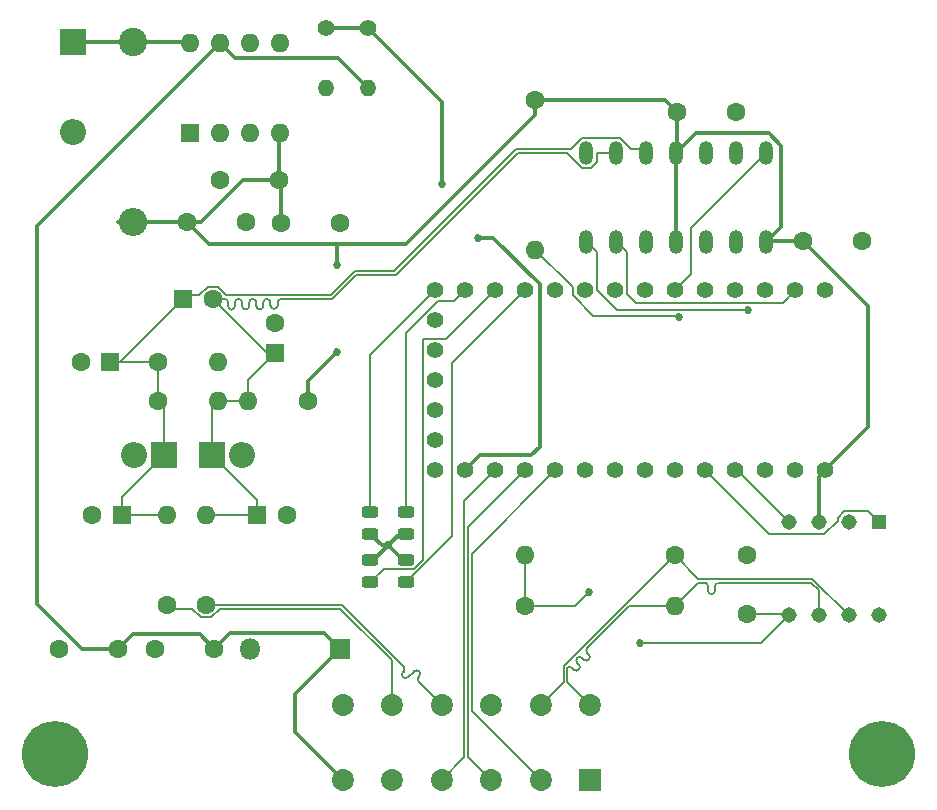
<source format=gbr>
%TF.GenerationSoftware,KiCad,Pcbnew,6.0.4-6f826c9f35~116~ubuntu20.04.1*%
%TF.CreationDate,2022-05-07T21:53:41-05:00*%
%TF.ProjectId,Circuit,43697263-7569-4742-9e6b-696361645f70,rev?*%
%TF.SameCoordinates,Original*%
%TF.FileFunction,Copper,L1,Top*%
%TF.FilePolarity,Positive*%
%FSLAX46Y46*%
G04 Gerber Fmt 4.6, Leading zero omitted, Abs format (unit mm)*
G04 Created by KiCad (PCBNEW 6.0.4-6f826c9f35~116~ubuntu20.04.1) date 2022-05-07 21:53:41*
%MOMM*%
%LPD*%
G01*
G04 APERTURE LIST*
G04 Aperture macros list*
%AMRoundRect*
0 Rectangle with rounded corners*
0 $1 Rounding radius*
0 $2 $3 $4 $5 $6 $7 $8 $9 X,Y pos of 4 corners*
0 Add a 4 corners polygon primitive as box body*
4,1,4,$2,$3,$4,$5,$6,$7,$8,$9,$2,$3,0*
0 Add four circle primitives for the rounded corners*
1,1,$1+$1,$2,$3*
1,1,$1+$1,$4,$5*
1,1,$1+$1,$6,$7*
1,1,$1+$1,$8,$9*
0 Add four rect primitives between the rounded corners*
20,1,$1+$1,$2,$3,$4,$5,0*
20,1,$1+$1,$4,$5,$6,$7,0*
20,1,$1+$1,$6,$7,$8,$9,0*
20,1,$1+$1,$8,$9,$2,$3,0*%
G04 Aperture macros list end*
%TA.AperFunction,ComponentPad*%
%ADD10R,2.200000X2.200000*%
%TD*%
%TA.AperFunction,ComponentPad*%
%ADD11O,2.200000X2.200000*%
%TD*%
%TA.AperFunction,ComponentPad*%
%ADD12C,1.600000*%
%TD*%
%TA.AperFunction,ComponentPad*%
%ADD13O,1.600000X1.600000*%
%TD*%
%TA.AperFunction,ComponentPad*%
%ADD14R,1.600000X1.600000*%
%TD*%
%TA.AperFunction,SMDPad,CuDef*%
%ADD15RoundRect,0.243750X-0.456250X0.243750X-0.456250X-0.243750X0.456250X-0.243750X0.456250X0.243750X0*%
%TD*%
%TA.AperFunction,ComponentPad*%
%ADD16R,1.860000X1.860000*%
%TD*%
%TA.AperFunction,ComponentPad*%
%ADD17C,1.860000*%
%TD*%
%TA.AperFunction,ComponentPad*%
%ADD18R,1.308000X1.308000*%
%TD*%
%TA.AperFunction,ComponentPad*%
%ADD19C,1.308000*%
%TD*%
%TA.AperFunction,ComponentPad*%
%ADD20C,2.400000*%
%TD*%
%TA.AperFunction,ComponentPad*%
%ADD21O,2.400000X2.400000*%
%TD*%
%TA.AperFunction,ComponentPad*%
%ADD22C,1.400000*%
%TD*%
%TA.AperFunction,ComponentPad*%
%ADD23O,1.400000X1.400000*%
%TD*%
%TA.AperFunction,ComponentPad*%
%ADD24O,1.200000X2.000000*%
%TD*%
%TA.AperFunction,ComponentPad*%
%ADD25R,1.800000X1.800000*%
%TD*%
%TA.AperFunction,ComponentPad*%
%ADD26O,1.800000X1.800000*%
%TD*%
%TA.AperFunction,SMDPad,CuDef*%
%ADD27RoundRect,0.243750X0.456250X-0.243750X0.456250X0.243750X-0.456250X0.243750X-0.456250X-0.243750X0*%
%TD*%
%TA.AperFunction,ComponentPad*%
%ADD28C,1.404000*%
%TD*%
%TA.AperFunction,ComponentPad*%
%ADD29C,5.600000*%
%TD*%
%TA.AperFunction,ViaPad*%
%ADD30C,0.685800*%
%TD*%
%TA.AperFunction,Conductor*%
%ADD31C,0.152400*%
%TD*%
%TA.AperFunction,Conductor*%
%ADD32C,0.300000*%
%TD*%
%TA.AperFunction,Conductor*%
%ADD33C,0.350000*%
%TD*%
G04 APERTURE END LIST*
D10*
%TO.P,D1,1,K*%
%TO.N,ccd_f+*%
X65587975Y-104988515D03*
D11*
%TO.P,D1,2,A*%
%TO.N,GND*%
X63047975Y-104988515D03*
%TD*%
D12*
%TO.P,R7,1*%
%TO.N,ccd_f+*%
X65079975Y-97114515D03*
D13*
%TO.P,R7,2*%
%TO.N,GND*%
X70159975Y-97114515D03*
%TD*%
D12*
%TO.P,C11,1*%
%TO.N,+5V*%
X67550000Y-85258000D03*
%TO.P,C11,2*%
%TO.N,GND*%
X72550000Y-85258000D03*
%TD*%
D14*
%TO.P,C13,1*%
%TO.N,ccd_f+*%
X61991975Y-110068515D03*
D12*
%TO.P,C13,2*%
%TO.N,GND*%
X59491975Y-110068515D03*
%TD*%
D15*
%TO.P,D7,1,K*%
%TO.N,GND*%
X83058000Y-113870500D03*
%TO.P,D7,2,A*%
%TO.N,Net-(D7-Pad2)*%
X83058000Y-115745500D03*
%TD*%
D14*
%TO.P,C5,1*%
%TO.N,ccd_f+*%
X67199595Y-91780515D03*
D12*
%TO.P,C5,2*%
%TO.N,ccd_f-*%
X69699595Y-91780515D03*
%TD*%
%TO.P,R3,1*%
%TO.N,+5V*%
X97028000Y-74930000D03*
D13*
%TO.P,R3,2*%
%TO.N,idle*%
X97028000Y-87630000D03*
%TD*%
D12*
%TO.P,R5,1*%
%TO.N,+5V*%
X77808975Y-100416515D03*
D13*
%TO.P,R5,2*%
%TO.N,ccd_f-*%
X72728975Y-100416515D03*
%TD*%
D16*
%TO.P,J1,1,1*%
%TO.N,GND*%
X101661000Y-132495000D03*
D17*
%TO.P,J1,2,2*%
%TO.N,IO{slash}1*%
X97471000Y-132495000D03*
%TO.P,J1,3,3*%
%TO.N,IO{slash}2*%
X93281000Y-132495000D03*
%TO.P,J1,4,4*%
%TO.N,IO{slash}3*%
X89091000Y-132495000D03*
%TO.P,J1,5,5*%
%TO.N,unconnected-(J1-Pad5)*%
X84901000Y-132495000D03*
%TO.P,J1,6,6*%
%TO.N,+12V*%
X80711000Y-132495000D03*
%TO.P,J1,7,7*%
%TO.N,GND*%
X80711000Y-126145000D03*
%TO.P,J1,8,8*%
%TO.N,ccd+*%
X84901000Y-126145000D03*
%TO.P,J1,9,9*%
%TO.N,ccd-*%
X89091000Y-126145000D03*
%TO.P,J1,10,10*%
%TO.N,unconnected-(J1-Pad10)*%
X93281000Y-126145000D03*
%TO.P,J1,11,11*%
%TO.N,can+*%
X97471000Y-126145000D03*
%TO.P,J1,12,12*%
%TO.N,can-*%
X101661000Y-126145000D03*
%TD*%
D12*
%TO.P,C10,1*%
%TO.N,+5V*%
X75312000Y-81702000D03*
%TO.P,C10,2*%
%TO.N,GND*%
X70312000Y-81702000D03*
%TD*%
D18*
%TO.P,U1,1,TXD*%
%TO.N,can_tx*%
X126092059Y-110694258D03*
D19*
%TO.P,U1,2,VSS*%
%TO.N,GND*%
X123552059Y-110694258D03*
%TO.P,U1,3,VDD*%
%TO.N,+5V*%
X121012059Y-110694258D03*
%TO.P,U1,4,RXD*%
%TO.N,can_rx*%
X118472059Y-110694258D03*
%TO.P,U1,5,SPLIT*%
%TO.N,/split*%
X118472059Y-118564258D03*
%TO.P,U1,6,CANL*%
%TO.N,can-*%
X121012059Y-118564258D03*
%TO.P,U1,7,CANH*%
%TO.N,can+*%
X123552059Y-118564258D03*
%TO.P,U1,8,STBY*%
%TO.N,unconnected-(U1-Pad8)*%
X126092059Y-118564258D03*
%TD*%
D15*
%TO.P,D8,2,A*%
%TO.N,Net-(D8-Pad2)*%
X86106000Y-115745500D03*
%TO.P,D8,1,K*%
%TO.N,GND*%
X86106000Y-113870500D03*
%TD*%
D20*
%TO.P,L1,1,1*%
%TO.N,Net-(D4-Pad1)*%
X62938000Y-70018000D03*
D21*
%TO.P,L1,2,2*%
%TO.N,+5V*%
X62938000Y-85258000D03*
%TD*%
D12*
%TO.P,R10,1*%
%TO.N,ccd-*%
X69143975Y-117688515D03*
D13*
%TO.P,R10,2*%
%TO.N,ccd_f-*%
X69143975Y-110068515D03*
%TD*%
D12*
%TO.P,C3,1*%
%TO.N,+5V*%
X109006000Y-75946000D03*
%TO.P,C3,2*%
%TO.N,GND*%
X114006000Y-75946000D03*
%TD*%
D22*
%TO.P,R9,1*%
%TO.N,12V_MEASURE*%
X82844000Y-68834000D03*
D23*
%TO.P,R9,2*%
%TO.N,+12V*%
X82844000Y-73914000D03*
%TD*%
D14*
%TO.P,C12,1*%
%TO.N,ccd_f-*%
X73461975Y-110068515D03*
D12*
%TO.P,C12,2*%
%TO.N,GND*%
X75961975Y-110068515D03*
%TD*%
D24*
%TO.P,U2,1,CLK*%
%TO.N,CCD_CLOCK*%
X116586000Y-79423000D03*
%TO.P,U2,2,Clk_Mode_A*%
%TO.N,GND*%
X114046000Y-79423000D03*
%TO.P,U2,3,Clk_Mode_B*%
X111506000Y-79423000D03*
%TO.P,U2,4,Mode*%
%TO.N,+5V*%
X108966000Y-79423000D03*
%TO.P,U2,5,Bus+*%
%TO.N,ccd_f+*%
X106426000Y-79423000D03*
%TO.P,U2,6,Bus-*%
%TO.N,ccd_f-*%
X103886000Y-79423000D03*
%TO.P,U2,7,Vss*%
%TO.N,GND*%
X101346000Y-79423000D03*
%TO.P,U2,8,Tx*%
%TO.N,txd*%
X101346000Y-86943000D03*
%TO.P,U2,9,Rx*%
%TO.N,rxd*%
X103886000Y-86943000D03*
%TO.P,U2,10,SCK*%
%TO.N,unconnected-(U2-Pad10)*%
X106426000Y-86943000D03*
%TO.P,U2,11,CS*%
%TO.N,+5V*%
X108966000Y-86943000D03*
%TO.P,U2,12,IDLE*%
%TO.N,idle*%
X111506000Y-86943000D03*
%TO.P,U2,13,CONTROL*%
%TO.N,ctrl*%
X114046000Y-86943000D03*
%TO.P,U2,14,Vdd*%
%TO.N,+5V*%
X116586000Y-86943000D03*
%TD*%
D10*
%TO.P,D4,1,K*%
%TO.N,Net-(D4-Pad1)*%
X57858000Y-70018000D03*
D11*
%TO.P,D4,2,A*%
%TO.N,GND*%
X57858000Y-77638000D03*
%TD*%
D12*
%TO.P,C9,1*%
%TO.N,+12V*%
X69850000Y-121412000D03*
%TO.P,C9,2*%
%TO.N,GND*%
X64850000Y-121412000D03*
%TD*%
%TO.P,C8,1*%
%TO.N,+12V*%
X61682000Y-121412000D03*
%TO.P,C8,2*%
%TO.N,GND*%
X56682000Y-121412000D03*
%TD*%
D25*
%TO.P,D3,1,A1*%
%TO.N,+12V*%
X80518000Y-121412000D03*
D26*
%TO.P,D3,2,A2*%
%TO.N,GND*%
X72898000Y-121412000D03*
%TD*%
D10*
%TO.P,D2,1,K*%
%TO.N,ccd_f-*%
X69651975Y-104988515D03*
D11*
%TO.P,D2,2,A*%
%TO.N,GND*%
X72191975Y-104988515D03*
%TD*%
D22*
%TO.P,R8,1*%
%TO.N,12V_MEASURE*%
X79288000Y-68834000D03*
D23*
%TO.P,R8,2*%
%TO.N,GND*%
X79288000Y-73914000D03*
%TD*%
D27*
%TO.P,D5,1,K*%
%TO.N,GND*%
X83058000Y-111730000D03*
%TO.P,D5,2,A*%
%TO.N,Net-(D5-Pad2)*%
X83058000Y-109855000D03*
%TD*%
D12*
%TO.P,R6,1*%
%TO.N,ccd_f+*%
X65050975Y-100416515D03*
D13*
%TO.P,R6,2*%
%TO.N,ccd_f-*%
X70130975Y-100416515D03*
%TD*%
D12*
%TO.P,R2,1*%
%TO.N,ccd+*%
X65841975Y-117688515D03*
D13*
%TO.P,R2,2*%
%TO.N,ccd_f+*%
X65841975Y-110068515D03*
%TD*%
D12*
%TO.P,C2,1*%
%TO.N,GND*%
X114916059Y-113488258D03*
%TO.P,C2,2*%
%TO.N,/split*%
X114916059Y-118488258D03*
%TD*%
D28*
%TO.P,U4,1,GND*%
%TO.N,GND*%
X121539000Y-91057000D03*
%TO.P,U4,2,0_RX1_CRX2_CS1*%
%TO.N,rxd*%
X118999000Y-91057000D03*
%TO.P,U4,3,1_TX1_CTX2_MISO1*%
%TO.N,txd*%
X116459000Y-91057000D03*
%TO.P,U4,4,2_OUT2*%
%TO.N,ctrl*%
X113919000Y-91057000D03*
%TO.P,U4,5,3_LRCLK2*%
%TO.N,idle*%
X111379000Y-91057000D03*
%TO.P,U4,6,4_BCLK2*%
%TO.N,CCD_CLOCK*%
X108839000Y-91057000D03*
%TO.P,U4,7,5_IN2*%
%TO.N,unconnected-(U4-Pad7)*%
X106299000Y-91057000D03*
%TO.P,U4,8,6_OUT1D*%
%TO.N,unconnected-(U4-Pad8)*%
X103759000Y-91057000D03*
%TO.P,U4,9,7_RX2_OUT1A*%
%TO.N,unconnected-(U4-Pad9)*%
X101219000Y-91057000D03*
%TO.P,U4,10,8_TX2_IN1*%
%TO.N,unconnected-(U4-Pad10)*%
X98679000Y-91057000D03*
%TO.P,U4,11,9_OUT1C*%
%TO.N,Net-(D8-Pad2)*%
X96139000Y-91057000D03*
%TO.P,U4,12,10_CS_MQSR*%
%TO.N,Net-(D7-Pad2)*%
X93599000Y-91057000D03*
%TO.P,U4,13,11_MOSI_CTX1*%
%TO.N,Net-(D6-Pad2)*%
X91059000Y-91057000D03*
%TO.P,U4,14,12_MISO_MQSL*%
%TO.N,Net-(D5-Pad2)*%
X88519000Y-91057000D03*
%TO.P,U4,15,VBAT*%
%TO.N,unconnected-(U4-Pad15)*%
X88519000Y-93597000D03*
%TO.P,U4,16,3V3*%
%TO.N,unconnected-(U4-Pad16)*%
X88519000Y-96137000D03*
%TO.P,U4,17,GND*%
%TO.N,GND*%
X88519000Y-98677000D03*
%TO.P,U4,18,PROGRAM*%
%TO.N,unconnected-(U4-Pad18)*%
X88519000Y-101217000D03*
%TO.P,U4,19,ON_OFF*%
%TO.N,unconnected-(U4-Pad19)*%
X88519000Y-103757000D03*
%TO.P,U4,20,13_SCK_CRX1_LED*%
%TO.N,unconnected-(U4-Pad20)*%
X88519000Y-106297000D03*
%TO.P,U4,21,14_A0_TX3_SPDIF_OUT*%
%TO.N,12V_MEASURE*%
X91059000Y-106297000D03*
%TO.P,U4,22,15_A1_RX3_SPDIF_IN*%
%TO.N,IO{slash}3*%
X93599000Y-106297000D03*
%TO.P,U4,23,16_A2_RX4_SCL1*%
%TO.N,IO{slash}2*%
X96139000Y-106297000D03*
%TO.P,U4,24,17_A3_TX4_SDA1*%
%TO.N,IO{slash}1*%
X98679000Y-106297000D03*
%TO.P,U4,25,18_A4_SDA0*%
%TO.N,unconnected-(U4-Pad25)*%
X101219000Y-106297000D03*
%TO.P,U4,26,19_A5_SCL0*%
%TO.N,unconnected-(U4-Pad26)*%
X103759000Y-106297000D03*
%TO.P,U4,27,20_A6_TX5_LRCLK1*%
%TO.N,unconnected-(U4-Pad27)*%
X106299000Y-106297000D03*
%TO.P,U4,28,21_A7_RX5_BCLK1*%
%TO.N,unconnected-(U4-Pad28)*%
X108839000Y-106297000D03*
%TO.P,U4,29,22_A8_CTX1*%
%TO.N,can_tx*%
X111379000Y-106297000D03*
%TO.P,U4,30,23_A9_CRX1_MCLK1*%
%TO.N,can_rx*%
X113919000Y-106297000D03*
%TO.P,U4,31,3V3*%
%TO.N,unconnected-(U4-Pad31)*%
X116459000Y-106297000D03*
%TO.P,U4,32,GND*%
%TO.N,GND*%
X118999000Y-106297000D03*
%TO.P,U4,33,VIN*%
%TO.N,+5V*%
X121539000Y-106297000D03*
%TD*%
D29*
%TO.P,H2,1,1*%
%TO.N,GND*%
X56388000Y-130302000D03*
%TD*%
D12*
%TO.P,C4,1*%
%TO.N,+5V*%
X119714000Y-86868000D03*
%TO.P,C4,2*%
%TO.N,GND*%
X124714000Y-86868000D03*
%TD*%
D14*
%TO.P,C6,1*%
%TO.N,ccd_f+*%
X61015975Y-97114515D03*
D12*
%TO.P,C6,2*%
%TO.N,GND*%
X58515975Y-97114515D03*
%TD*%
%TO.P,C1,1*%
%TO.N,GND*%
X80518000Y-85344000D03*
%TO.P,C1,2*%
%TO.N,+5V*%
X75518000Y-85344000D03*
%TD*%
%TO.P,R4,1*%
%TO.N,/split*%
X96120059Y-117806258D03*
D13*
%TO.P,R4,2*%
%TO.N,can-*%
X108820059Y-117806258D03*
%TD*%
D27*
%TO.P,D6,1,K*%
%TO.N,GND*%
X86106000Y-111730000D03*
%TO.P,D6,2,A*%
%TO.N,Net-(D6-Pad2)*%
X86106000Y-109855000D03*
%TD*%
D14*
%TO.P,C7,1*%
%TO.N,ccd_f-*%
X74985975Y-96352515D03*
D12*
%TO.P,C7,2*%
%TO.N,GND*%
X74985975Y-93852515D03*
%TD*%
D29*
%TO.P,H1,1,1*%
%TO.N,GND*%
X126365000Y-130302000D03*
%TD*%
D14*
%TO.P,U3,1,NC*%
%TO.N,GND*%
X67812000Y-77772000D03*
D13*
%TO.P,U3,2,NC*%
X70352000Y-77772000D03*
%TO.P,U3,3,NC*%
X72892000Y-77772000D03*
%TO.P,U3,4,FB*%
%TO.N,+5V*%
X75432000Y-77772000D03*
%TO.P,U3,5,~{ON}/OFF*%
%TO.N,GND*%
X75432000Y-70152000D03*
%TO.P,U3,6,GND*%
X72892000Y-70152000D03*
%TO.P,U3,7,VIN*%
%TO.N,+12V*%
X70352000Y-70152000D03*
%TO.P,U3,8,OUT*%
%TO.N,Net-(D4-Pad1)*%
X67812000Y-70152000D03*
%TD*%
D12*
%TO.P,R1,1*%
%TO.N,can+*%
X108820059Y-113488258D03*
D13*
%TO.P,R1,2*%
%TO.N,/split*%
X96120059Y-113488258D03*
%TD*%
D30*
%TO.N,GND*%
X84582000Y-112649000D03*
%TO.N,/split*%
X101600000Y-116586000D03*
X105918000Y-120904000D03*
%TO.N,+5V*%
X80264000Y-88900000D03*
X80264000Y-96266000D03*
%TO.N,12V_MEASURE*%
X89154000Y-82042000D03*
X92202000Y-86614000D03*
%TO.N,txd*%
X115062000Y-92710000D03*
%TO.N,idle*%
X109220000Y-93288600D03*
%TD*%
D31*
%TO.N,Net-(D8-Pad2)*%
X86106000Y-115745500D02*
X86106763Y-115745500D01*
X86106763Y-115745500D02*
X89976489Y-111875774D01*
X89976489Y-111875774D02*
X89976489Y-97219511D01*
X89976489Y-97219511D02*
X96139000Y-91057000D01*
%TO.N,Net-(D7-Pad2)*%
X83058000Y-115745500D02*
X84169780Y-114633720D01*
X84169780Y-114633720D02*
X86777421Y-114633720D01*
X86777421Y-114633720D02*
X87503000Y-113908141D01*
X87503000Y-113908141D02*
X87503000Y-95162297D01*
X89493703Y-95162297D02*
X93599000Y-91057000D01*
X87503000Y-95162297D02*
X89493703Y-95162297D01*
%TO.N,Net-(D6-Pad2)*%
X86106000Y-109855000D02*
X86106000Y-94683875D01*
X90121289Y-91994711D02*
X91059000Y-91057000D01*
X86106000Y-94683875D02*
X88795164Y-91994711D01*
X88795164Y-91994711D02*
X90121289Y-91994711D01*
%TO.N,Net-(D5-Pad2)*%
X83058000Y-109855000D02*
X83058000Y-96518000D01*
X83058000Y-96518000D02*
X88519000Y-91057000D01*
D32*
%TO.N,GND*%
X86106000Y-113870500D02*
X85803500Y-113870500D01*
X85803500Y-113870500D02*
X84582000Y-112649000D01*
X83058000Y-113870500D02*
X83360500Y-113870500D01*
X83360500Y-113870500D02*
X84582000Y-112649000D01*
X85549500Y-111681500D02*
X84582000Y-112649000D01*
X86098000Y-111681500D02*
X85549500Y-111681500D01*
X84582000Y-112649000D02*
X84017500Y-112649000D01*
X84017500Y-112649000D02*
X83050000Y-111681500D01*
D31*
%TO.N,ccd_f-*%
X81850490Y-89767369D02*
X85205533Y-89767369D01*
X70998485Y-92080515D02*
G75*
G03*
X70698515Y-91780515I-299985J15D01*
G01*
X73098515Y-91780515D02*
G75*
G03*
X72798515Y-92080515I-15J-299985D01*
G01*
X75198515Y-92334174D02*
X75198515Y-92080515D01*
X72198485Y-92080515D02*
G75*
G03*
X71898515Y-91780515I-299985J15D01*
G01*
X75498515Y-91780515D02*
X79837344Y-91780515D01*
X72198515Y-92080515D02*
X72198515Y-92384174D01*
X71598515Y-92384174D02*
X71598515Y-92080515D01*
X70998515Y-92080515D02*
X70998515Y-92384174D01*
X69699595Y-91780515D02*
X70698515Y-91780515D01*
X73998474Y-92384174D02*
G75*
G02*
X73698515Y-92684174I-299974J-26D01*
G01*
X75498515Y-91780515D02*
G75*
G03*
X75198515Y-92080515I-15J-299985D01*
G01*
X74598515Y-92080515D02*
X74598515Y-92334174D01*
X71298515Y-92684185D02*
G75*
G02*
X70998515Y-92384174I-15J299985D01*
G01*
X73998515Y-92384174D02*
X73998515Y-92080515D01*
X73398485Y-92080515D02*
G75*
G03*
X73098515Y-91780515I-299985J15D01*
G01*
X74898515Y-92634185D02*
G75*
G02*
X74598515Y-92334174I-15J299985D01*
G01*
X72498515Y-92684185D02*
G75*
G02*
X72198515Y-92384174I-15J299985D01*
G01*
X71898515Y-91780515D02*
G75*
G03*
X71598515Y-92080515I-15J-299985D01*
G01*
X79837344Y-91780515D02*
X81850490Y-89767369D01*
X72798474Y-92384174D02*
G75*
G02*
X72498515Y-92684174I-299974J-26D01*
G01*
X85205533Y-89767369D02*
X95549902Y-79423000D01*
X74298515Y-91780515D02*
G75*
G03*
X73998515Y-92080515I-15J-299985D01*
G01*
X74598485Y-92080515D02*
G75*
G03*
X74298515Y-91780515I-299985J15D01*
G01*
X73698515Y-92684185D02*
G75*
G02*
X73398515Y-92384174I-15J299985D01*
G01*
X72798515Y-92384174D02*
X72798515Y-92080515D01*
X75198474Y-92334174D02*
G75*
G02*
X74898515Y-92634174I-299974J-26D01*
G01*
X73398515Y-92080515D02*
X73398515Y-92384174D01*
X71598474Y-92384174D02*
G75*
G02*
X71298515Y-92684174I-299974J-26D01*
G01*
X95549902Y-79423000D02*
X99707545Y-79423000D01*
X99707545Y-79423000D02*
X100983265Y-80698720D01*
X100983265Y-80698720D02*
X101708735Y-80698720D01*
X101708735Y-80698720D02*
X102221720Y-80185735D01*
X102221720Y-80185735D02*
X102221720Y-79423000D01*
X102221720Y-79423000D02*
X103886000Y-79423000D01*
%TO.N,ccd_f+*%
X85076120Y-89454978D02*
X95420498Y-79110600D01*
X100983265Y-78147280D02*
X104192166Y-78147280D01*
X106113600Y-79110600D02*
X106426000Y-79423000D01*
X105155486Y-79110600D02*
X106113600Y-79110600D01*
X104192166Y-78147280D02*
X105155486Y-79110600D01*
X100019945Y-79110600D02*
X100983265Y-78147280D01*
X95420498Y-79110600D02*
X100019945Y-79110600D01*
X67199595Y-91780515D02*
X67511995Y-91468115D01*
X67511995Y-91468115D02*
X68547277Y-91468115D01*
X68547277Y-91468115D02*
X69270588Y-90744804D01*
X70851913Y-91468115D02*
X79707956Y-91468115D01*
X69270588Y-90744804D02*
X70128602Y-90744804D01*
X70128602Y-90744804D02*
X70851913Y-91468115D01*
X79707956Y-91468115D02*
X81721093Y-89454978D01*
X81721093Y-89454978D02*
X85076120Y-89454978D01*
%TO.N,can_rx*%
X118472059Y-110694258D02*
X114074801Y-106297000D01*
X114074801Y-106297000D02*
X113919000Y-106297000D01*
%TO.N,can_tx*%
X126092059Y-110694258D02*
X125162348Y-109764547D01*
X125162348Y-109764547D02*
X123166959Y-109764547D01*
X123166959Y-109764547D02*
X122622348Y-110309158D01*
X122622348Y-110309158D02*
X122622348Y-110546990D01*
X122622348Y-110546990D02*
X121440569Y-111728769D01*
X121440569Y-111728769D02*
X116810769Y-111728769D01*
X116810769Y-111728769D02*
X111379000Y-106297000D01*
D32*
%TO.N,+5V*%
X121012059Y-110694258D02*
X121012059Y-106823941D01*
X121012059Y-106823941D02*
X121539000Y-106297000D01*
D31*
%TO.N,/split*%
X118472059Y-118564258D02*
X116132317Y-120904000D01*
X116132317Y-120904000D02*
X105918000Y-120904000D01*
X101600000Y-116586000D02*
X100379742Y-117806258D01*
X100379742Y-117806258D02*
X96120059Y-117806258D01*
%TO.N,can-*%
X100713363Y-122746286D02*
X100570728Y-122603651D01*
X100713363Y-122746285D02*
X100713363Y-122746286D01*
X99722201Y-124206201D02*
X99722201Y-123027917D01*
X101561892Y-121897756D02*
X101561892Y-121897757D01*
X101661000Y-126145000D02*
X99722201Y-124206201D01*
X100146465Y-123027917D02*
X100289099Y-123170551D01*
X101419267Y-121330868D02*
G75*
G03*
X101419257Y-121755122I212133J-212132D01*
G01*
X101561881Y-121897767D02*
G75*
G02*
X101561892Y-122322022I-212081J-212133D01*
G01*
X101561891Y-122322021D02*
G75*
G02*
X101137629Y-122322021I-212131J212131D01*
G01*
X100570709Y-122179368D02*
G75*
G03*
X100570728Y-122603651I212191J-212132D01*
G01*
X100994993Y-122179389D02*
G75*
G03*
X100570731Y-122179389I-212131J-212131D01*
G01*
X100570729Y-122179388D02*
X100570730Y-122179388D01*
X100713381Y-122746267D02*
G75*
G02*
X100713363Y-123170551I-212181J-212133D01*
G01*
X100713362Y-123170550D02*
G75*
G02*
X100289100Y-123170550I-212131J212131D01*
G01*
X101419257Y-121330858D02*
X101419258Y-121330859D01*
X100146464Y-123027918D02*
G75*
G03*
X99722202Y-123027918I-212131J-212131D01*
G01*
X104943860Y-117806258D02*
X108820059Y-117806258D01*
X100570728Y-122179387D02*
X100570729Y-122179388D01*
X100994994Y-122179388D02*
X101137628Y-122322022D01*
X101561892Y-121897757D02*
X101419257Y-121755122D01*
X101419258Y-121330859D02*
X104943860Y-117806258D01*
%TO.N,can+*%
X99409799Y-122898518D02*
X108820059Y-113488258D01*
X97471000Y-126145000D02*
X99409799Y-124206201D01*
X99409799Y-124206201D02*
X99409799Y-122898518D01*
D32*
%TO.N,+5V*%
X80264000Y-88900000D02*
X80264000Y-87122000D01*
X77808975Y-100416515D02*
X77808975Y-98721025D01*
X77808975Y-98721025D02*
X80264000Y-96266000D01*
X69414000Y-87122000D02*
X80264000Y-87122000D01*
X80264000Y-87122000D02*
X86106000Y-87122000D01*
D31*
%TO.N,ccd-*%
X80634515Y-117688515D02*
X85864204Y-122918203D01*
X86750550Y-123304654D02*
X86750550Y-123304655D01*
X86750550Y-123304655D02*
X86712734Y-123342470D01*
X85864238Y-122918169D02*
G75*
G02*
X85864203Y-123342466I-212138J-212131D01*
G01*
X87137000Y-123766735D02*
X87174815Y-123728919D01*
X80634515Y-117688515D02*
X69143975Y-117688515D01*
X87136999Y-123766735D02*
X87137000Y-123766735D01*
X89091000Y-126145000D02*
X87137000Y-124191000D01*
X85826390Y-123804547D02*
G75*
G03*
X86250652Y-123804547I212131J212131D01*
G01*
X87137032Y-123766769D02*
G75*
G03*
X87137000Y-124191000I212068J-212131D01*
G01*
X86250653Y-123804548D02*
X86712734Y-123342470D01*
X85826373Y-123380268D02*
G75*
G03*
X85826389Y-123804548I212127J-212132D01*
G01*
X87174801Y-123304669D02*
G75*
G02*
X87174814Y-123728918I-212101J-212131D01*
G01*
X85826388Y-123380283D02*
X85826390Y-123380284D01*
X86750568Y-123304672D02*
G75*
G02*
X87174815Y-123304655I212132J-212128D01*
G01*
X85826390Y-123380284D02*
X85864204Y-123342467D01*
%TO.N,ccd_f+*%
X61865595Y-97114515D02*
X67199595Y-91780515D01*
%TO.N,ccd_f-*%
X69699595Y-91780515D02*
X74271595Y-96352515D01*
X74271595Y-96352515D02*
X74985975Y-96352515D01*
%TO.N,ccd_f+*%
X61015975Y-97114515D02*
X61865595Y-97114515D01*
X65079975Y-97114515D02*
X61015975Y-97114515D01*
X65050975Y-100416515D02*
X65050975Y-97143515D01*
X65050975Y-97143515D02*
X65079975Y-97114515D01*
%TO.N,ccd_f-*%
X72728975Y-100416515D02*
X72728975Y-98609515D01*
X72728975Y-98609515D02*
X74985975Y-96352515D01*
X70130975Y-100416515D02*
X72728975Y-100416515D01*
%TO.N,ccd_f+*%
X65587975Y-104988515D02*
X65587975Y-100953515D01*
X65587975Y-100953515D02*
X65050975Y-100416515D01*
%TO.N,ccd_f-*%
X69651975Y-104988515D02*
X69651975Y-100895515D01*
X69651975Y-100895515D02*
X70130975Y-100416515D01*
%TO.N,ccd_f+*%
X61991975Y-110068515D02*
X61991975Y-108584515D01*
X61991975Y-108584515D02*
X65587975Y-104988515D01*
%TO.N,ccd_f-*%
X73461975Y-110068515D02*
X73461975Y-108798515D01*
X73461975Y-108798515D02*
X69651975Y-104988515D01*
X69143975Y-110068515D02*
X73461975Y-110068515D01*
%TO.N,ccd_f+*%
X65841975Y-110068515D02*
X61991975Y-110068515D01*
%TO.N,ccd+*%
X65841975Y-117688515D02*
X66154375Y-118000915D01*
X67991657Y-118000915D02*
X68714968Y-118724226D01*
X66154375Y-118000915D02*
X67991657Y-118000915D01*
X68714968Y-118724226D02*
X69572982Y-118724226D01*
X69572982Y-118724226D02*
X70296293Y-118000915D01*
X70296293Y-118000915D02*
X80505114Y-118000915D01*
X80505114Y-118000915D02*
X84901000Y-122396801D01*
X84901000Y-122396801D02*
X84901000Y-126145000D01*
%TO.N,can-*%
X112530858Y-115803459D02*
X120349459Y-115803459D01*
X108820059Y-117806258D02*
X110822858Y-115803459D01*
X121012059Y-116466059D02*
X121012059Y-118564258D01*
X120349459Y-115803459D02*
X121012059Y-116466059D01*
X110822858Y-115803459D02*
X111330858Y-115803459D01*
X112230858Y-116481133D02*
X112230858Y-116103459D01*
X111630858Y-116103459D02*
X111630858Y-116481133D01*
X111630941Y-116103459D02*
G75*
G03*
X111330858Y-115803459I-300041J-41D01*
G01*
X112530858Y-115803458D02*
G75*
G03*
X112230858Y-116103459I42J-300042D01*
G01*
X112230933Y-116481133D02*
G75*
G02*
X111930858Y-116781133I-300033J33D01*
G01*
X111930858Y-116781142D02*
G75*
G02*
X111630858Y-116481133I42J300042D01*
G01*
%TO.N,can+*%
X120478858Y-115491057D02*
X123552059Y-118564258D01*
X108820059Y-113488258D02*
X110822858Y-115491057D01*
X110822858Y-115491057D02*
X120478858Y-115491057D01*
D32*
%TO.N,12V_MEASURE*%
X93469865Y-86614000D02*
X97393311Y-90537446D01*
X89154000Y-75144000D02*
X82844000Y-68834000D01*
X91059000Y-106297000D02*
X92313311Y-105042689D01*
X92202000Y-86614000D02*
X93469865Y-86614000D01*
X89154000Y-82042000D02*
X89154000Y-75144000D01*
X97393311Y-104282689D02*
X96633311Y-105042689D01*
X79288000Y-68834000D02*
X82844000Y-68834000D01*
X96633311Y-105042689D02*
X92313311Y-105042689D01*
X97393311Y-90537446D02*
X97393311Y-104282689D01*
D31*
%TO.N,txd*%
X103947282Y-92710000D02*
X115062000Y-92710000D01*
X102254711Y-91017429D02*
X103947282Y-92710000D01*
X101346000Y-86943000D02*
X102254711Y-87851711D01*
X102254711Y-87851711D02*
X102254711Y-91017429D01*
%TO.N,rxd*%
X117963289Y-92092711D02*
X118999000Y-91057000D01*
X103886000Y-86943000D02*
X104794711Y-87851711D01*
X105554711Y-92092711D02*
X117963289Y-92092711D01*
X104794711Y-91332711D02*
X105554711Y-92092711D01*
X104794711Y-87851711D02*
X104794711Y-91332711D01*
%TO.N,CCD_CLOCK*%
X110236000Y-89660000D02*
X110236000Y-85773000D01*
X110236000Y-85773000D02*
X116586000Y-79423000D01*
X108839000Y-91057000D02*
X110236000Y-89660000D01*
%TO.N,idle*%
X100183289Y-91486007D02*
X100183289Y-90785289D01*
X100183289Y-90785289D02*
X97028000Y-87630000D01*
X109220000Y-93288600D02*
X109149400Y-93218000D01*
X101915282Y-93218000D02*
X100183289Y-91486007D01*
X109149400Y-93218000D02*
X101915282Y-93218000D01*
D32*
%TO.N,+5V*%
X62938000Y-85258000D02*
X67550000Y-85258000D01*
X67550000Y-85258000D02*
X69414000Y-87122000D01*
X116586000Y-86943000D02*
X117856000Y-85673000D01*
X72237370Y-81702000D02*
X75312000Y-81702000D01*
X68681370Y-85258000D02*
X72237370Y-81702000D01*
X107990000Y-74930000D02*
X109006000Y-75946000D01*
X86106000Y-87122000D02*
X97028000Y-76200000D01*
X67550000Y-85258000D02*
X68681370Y-85258000D01*
X125222000Y-92376000D02*
X119714000Y-86868000D01*
D33*
X75312000Y-81772000D02*
X75312000Y-77892000D01*
D32*
X109006000Y-75946000D02*
X109006000Y-79383000D01*
X117856000Y-78801967D02*
X116778033Y-77724000D01*
X67550000Y-85258000D02*
X61676000Y-85258000D01*
X75518000Y-85344000D02*
X75518000Y-81908000D01*
X116778033Y-77724000D02*
X110665000Y-77724000D01*
X108966000Y-86943000D02*
X108966000Y-79423000D01*
X97028000Y-74930000D02*
X107990000Y-74930000D01*
X125222000Y-102614000D02*
X125222000Y-92376000D01*
X121539000Y-106297000D02*
X125222000Y-102614000D01*
X117856000Y-85673000D02*
X117856000Y-78801967D01*
D33*
X75312000Y-77892000D02*
X75432000Y-77772000D01*
D32*
X75518000Y-81908000D02*
X75312000Y-81702000D01*
X110665000Y-77724000D02*
X108966000Y-79423000D01*
X97028000Y-76200000D02*
X97028000Y-74930000D01*
X116661000Y-86868000D02*
X116586000Y-86943000D01*
X109006000Y-79383000D02*
X108966000Y-79423000D01*
X119714000Y-86868000D02*
X116661000Y-86868000D01*
%TO.N,Net-(D4-Pad1)*%
X57858000Y-70018000D02*
X62938000Y-70018000D01*
X62938000Y-70018000D02*
X67678000Y-70018000D01*
X67678000Y-70018000D02*
X67812000Y-70152000D01*
D31*
%TO.N,IO{slash}1*%
X91626451Y-126650451D02*
X91626451Y-113349549D01*
X97471000Y-132495000D02*
X91626451Y-126650451D01*
X91626451Y-113349549D02*
X98679000Y-106297000D01*
%TO.N,IO{slash}2*%
X96139000Y-106297000D02*
X91314531Y-111121469D01*
X91314531Y-130528531D02*
X93281000Y-132495000D01*
X91314531Y-111121469D02*
X91314531Y-130528531D01*
%TO.N,IO{slash}3*%
X91002611Y-108893389D02*
X93599000Y-106297000D01*
X91002611Y-130583389D02*
X91002611Y-108893389D01*
X89091000Y-132495000D02*
X91002611Y-130583389D01*
D32*
%TO.N,+12V*%
X76708000Y-125222000D02*
X80518000Y-121412000D01*
X68595689Y-120157689D02*
X62936311Y-120157689D01*
X79163689Y-120057689D02*
X71204311Y-120057689D01*
X62936311Y-120157689D02*
X61682000Y-121412000D01*
X54864000Y-117602000D02*
X54864000Y-85640000D01*
X69850000Y-121412000D02*
X68595689Y-120157689D01*
X71606311Y-71406311D02*
X80336311Y-71406311D01*
X54864000Y-85640000D02*
X70352000Y-70152000D01*
X61682000Y-121412000D02*
X58674000Y-121412000D01*
X71204311Y-120057689D02*
X69850000Y-121412000D01*
X80711000Y-132495000D02*
X76708000Y-128492000D01*
X58674000Y-121412000D02*
X54864000Y-117602000D01*
X80336311Y-71406311D02*
X82844000Y-73914000D01*
X76708000Y-128492000D02*
X76708000Y-125222000D01*
X70352000Y-70152000D02*
X71606311Y-71406311D01*
X80518000Y-121412000D02*
X79163689Y-120057689D01*
D31*
%TO.N,/split*%
X96120059Y-113488258D02*
X96120059Y-117806258D01*
X118396059Y-118488258D02*
X118472059Y-118564258D01*
X114916059Y-118488258D02*
X118396059Y-118488258D01*
%TD*%
M02*

</source>
